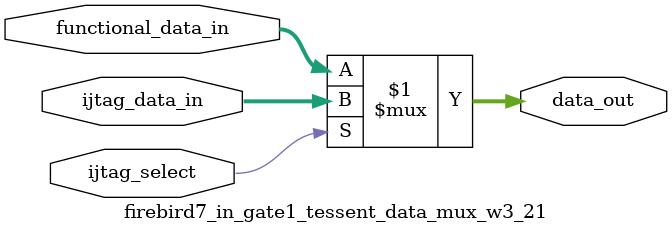
<source format=sv>

module firebird7_in_gate1_tessent_data_mux_w3_21 (
  input wire ijtag_select,
  input wire [2:0]  functional_data_in,
  input wire [2:0]  ijtag_data_in,
  output wire [2:0] data_out
);
assign data_out = (ijtag_select) ? ijtag_data_in : functional_data_in;
endmodule

</source>
